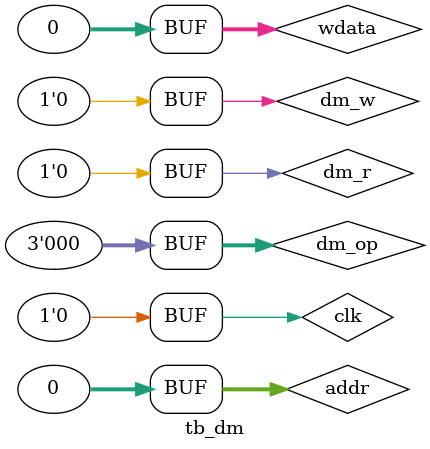
<source format=v>
`timescale 1ns / 1ps

`include "dm.v"

module tb_dm;

	// Inputs
	reg clk;
	reg dm_w;
	reg dm_r;
	reg [31:0] addr;
	reg [31:0] wdata;
	reg [2:0] dm_op;

	// Outputs
	wire [31:0] rdata;

	// Instantiate the Unit Under Test (UUT)
	dm uut (
		.clk(clk), 
		.dm_w(dm_w), 
		.dm_r(dm_r), 
		.addr(addr), 
		.wdata(wdata), 
		.dm_op(dm_op), 
		.rdata(rdata)
	);

	initial begin
		// Initialize Inputs
		clk = 0;
		dm_w = 0;
		dm_r = 0;
		addr = 0;
		wdata = 0;
		dm_op = 0;

		// Wait 100 ns for global reset to finish
		#100;
        
		// Add stimulus here

	end
      
endmodule


</source>
